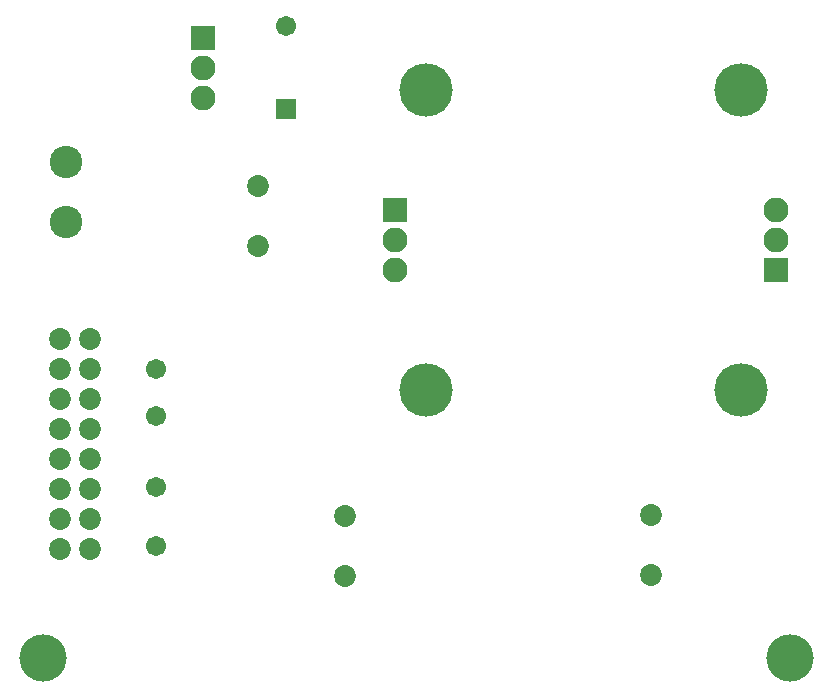
<source format=gbr>
G04 DipTrace 3.3.1.1*
G04 BottomMask.gbr*
%MOIN*%
G04 #@! TF.FileFunction,Soldermask,Bot*
G04 #@! TF.Part,Single*
%ADD27C,0.15748*%
%ADD35C,0.108031*%
%ADD39C,0.067087*%
%ADD41R,0.067087X0.067087*%
%ADD43C,0.067087*%
%ADD45C,0.072992*%
%ADD47C,0.082835*%
%ADD49R,0.082835X0.082835*%
%ADD51C,0.178031*%
%ADD53C,0.073031*%
%FSLAX26Y26*%
G04*
G70*
G90*
G75*
G01*
G04 BotMask*
%LPD*%
D53*
X585920Y1495936D3*
Y1395936D3*
Y1295936D3*
Y1195936D3*
Y1095936D3*
Y995936D3*
Y895936D3*
X685920D3*
Y995936D3*
Y1095936D3*
Y1195936D3*
Y1295936D3*
Y1395936D3*
Y1495936D3*
Y1595936D3*
X585920D3*
D27*
X530068Y533130D3*
X3016929D3*
D51*
X2854024Y2426440D3*
Y1426440D3*
D49*
X1702846Y2025772D3*
D47*
Y1925772D3*
Y1825772D3*
D49*
X2972753Y1826440D3*
D47*
Y1926440D3*
Y2026440D3*
D51*
X1804874Y2425772D3*
Y1425772D3*
D45*
X1246823Y1905239D3*
Y2105239D3*
X2553552Y807735D3*
Y1007735D3*
X1535912Y805769D3*
Y1005769D3*
D43*
X905827Y905827D3*
Y1102677D3*
Y1338898D3*
Y1496378D3*
D49*
X1063307Y2598740D3*
D47*
Y2498740D3*
Y2398740D3*
D41*
X1338898Y2362520D3*
D39*
Y2638110D3*
D35*
X603990Y1986190D3*
Y2186190D3*
M02*

</source>
